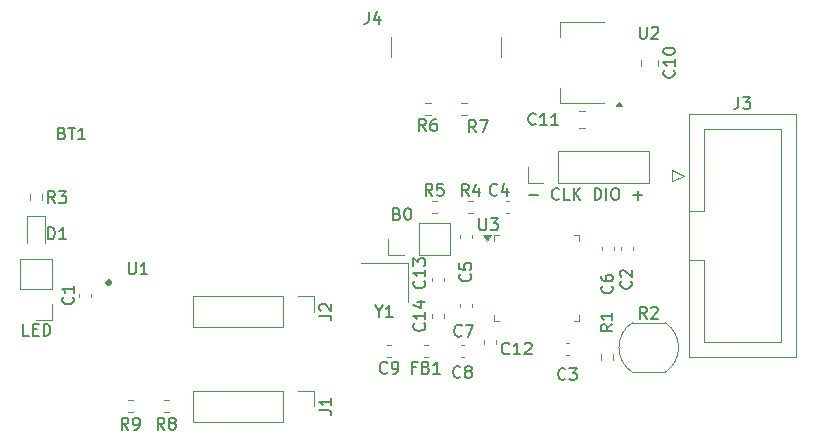
<source format=gbr>
%TF.GenerationSoftware,KiCad,Pcbnew,8.0.3*%
%TF.CreationDate,2024-06-06T01:48:16+12:00*%
%TF.ProjectId,microcontroller,6d696372-6f63-46f6-9e74-726f6c6c6572,0.1.1*%
%TF.SameCoordinates,Original*%
%TF.FileFunction,Legend,Top*%
%TF.FilePolarity,Positive*%
%FSLAX46Y46*%
G04 Gerber Fmt 4.6, Leading zero omitted, Abs format (unit mm)*
G04 Created by KiCad (PCBNEW 8.0.3) date 2024-06-06 01:48:16*
%MOMM*%
%LPD*%
G01*
G04 APERTURE LIST*
%ADD10C,0.153000*%
%ADD11C,0.120000*%
%ADD12C,0.300000*%
G04 APERTURE END LIST*
D10*
X119305942Y-93976663D02*
X118829752Y-93976663D01*
X118829752Y-93976663D02*
X118829752Y-92976663D01*
X119639276Y-93452853D02*
X119972609Y-93452853D01*
X120115466Y-93976663D02*
X119639276Y-93976663D01*
X119639276Y-93976663D02*
X119639276Y-92976663D01*
X119639276Y-92976663D02*
X120115466Y-92976663D01*
X120544038Y-93976663D02*
X120544038Y-92976663D01*
X120544038Y-92976663D02*
X120782133Y-92976663D01*
X120782133Y-92976663D02*
X120924990Y-93024282D01*
X120924990Y-93024282D02*
X121020228Y-93119520D01*
X121020228Y-93119520D02*
X121067847Y-93214758D01*
X121067847Y-93214758D02*
X121115466Y-93405234D01*
X121115466Y-93405234D02*
X121115466Y-93548091D01*
X121115466Y-93548091D02*
X121067847Y-93738567D01*
X121067847Y-93738567D02*
X121020228Y-93833805D01*
X121020228Y-93833805D02*
X120924990Y-93929044D01*
X120924990Y-93929044D02*
X120782133Y-93976663D01*
X120782133Y-93976663D02*
X120544038Y-93976663D01*
X161618752Y-82088710D02*
X162380657Y-82088710D01*
X164190180Y-82374424D02*
X164142561Y-82422044D01*
X164142561Y-82422044D02*
X163999704Y-82469663D01*
X163999704Y-82469663D02*
X163904466Y-82469663D01*
X163904466Y-82469663D02*
X163761609Y-82422044D01*
X163761609Y-82422044D02*
X163666371Y-82326805D01*
X163666371Y-82326805D02*
X163618752Y-82231567D01*
X163618752Y-82231567D02*
X163571133Y-82041091D01*
X163571133Y-82041091D02*
X163571133Y-81898234D01*
X163571133Y-81898234D02*
X163618752Y-81707758D01*
X163618752Y-81707758D02*
X163666371Y-81612520D01*
X163666371Y-81612520D02*
X163761609Y-81517282D01*
X163761609Y-81517282D02*
X163904466Y-81469663D01*
X163904466Y-81469663D02*
X163999704Y-81469663D01*
X163999704Y-81469663D02*
X164142561Y-81517282D01*
X164142561Y-81517282D02*
X164190180Y-81564901D01*
X165094942Y-82469663D02*
X164618752Y-82469663D01*
X164618752Y-82469663D02*
X164618752Y-81469663D01*
X165428276Y-82469663D02*
X165428276Y-81469663D01*
X165999704Y-82469663D02*
X165571133Y-81898234D01*
X165999704Y-81469663D02*
X165428276Y-82041091D01*
X167190181Y-82469663D02*
X167190181Y-81469663D01*
X167190181Y-81469663D02*
X167428276Y-81469663D01*
X167428276Y-81469663D02*
X167571133Y-81517282D01*
X167571133Y-81517282D02*
X167666371Y-81612520D01*
X167666371Y-81612520D02*
X167713990Y-81707758D01*
X167713990Y-81707758D02*
X167761609Y-81898234D01*
X167761609Y-81898234D02*
X167761609Y-82041091D01*
X167761609Y-82041091D02*
X167713990Y-82231567D01*
X167713990Y-82231567D02*
X167666371Y-82326805D01*
X167666371Y-82326805D02*
X167571133Y-82422044D01*
X167571133Y-82422044D02*
X167428276Y-82469663D01*
X167428276Y-82469663D02*
X167190181Y-82469663D01*
X168190181Y-82469663D02*
X168190181Y-81469663D01*
X168856847Y-81469663D02*
X169047323Y-81469663D01*
X169047323Y-81469663D02*
X169142561Y-81517282D01*
X169142561Y-81517282D02*
X169237799Y-81612520D01*
X169237799Y-81612520D02*
X169285418Y-81802996D01*
X169285418Y-81802996D02*
X169285418Y-82136329D01*
X169285418Y-82136329D02*
X169237799Y-82326805D01*
X169237799Y-82326805D02*
X169142561Y-82422044D01*
X169142561Y-82422044D02*
X169047323Y-82469663D01*
X169047323Y-82469663D02*
X168856847Y-82469663D01*
X168856847Y-82469663D02*
X168761609Y-82422044D01*
X168761609Y-82422044D02*
X168666371Y-82326805D01*
X168666371Y-82326805D02*
X168618752Y-82136329D01*
X168618752Y-82136329D02*
X168618752Y-81802996D01*
X168618752Y-81802996D02*
X168666371Y-81612520D01*
X168666371Y-81612520D02*
X168761609Y-81517282D01*
X168761609Y-81517282D02*
X168856847Y-81469663D01*
X170475895Y-82088710D02*
X171237800Y-82088710D01*
X170856847Y-82469663D02*
X170856847Y-81707758D01*
X150472085Y-83645853D02*
X150614942Y-83693472D01*
X150614942Y-83693472D02*
X150662561Y-83741091D01*
X150662561Y-83741091D02*
X150710180Y-83836329D01*
X150710180Y-83836329D02*
X150710180Y-83979186D01*
X150710180Y-83979186D02*
X150662561Y-84074424D01*
X150662561Y-84074424D02*
X150614942Y-84122044D01*
X150614942Y-84122044D02*
X150519704Y-84169663D01*
X150519704Y-84169663D02*
X150138752Y-84169663D01*
X150138752Y-84169663D02*
X150138752Y-83169663D01*
X150138752Y-83169663D02*
X150472085Y-83169663D01*
X150472085Y-83169663D02*
X150567323Y-83217282D01*
X150567323Y-83217282D02*
X150614942Y-83264901D01*
X150614942Y-83264901D02*
X150662561Y-83360139D01*
X150662561Y-83360139D02*
X150662561Y-83455377D01*
X150662561Y-83455377D02*
X150614942Y-83550615D01*
X150614942Y-83550615D02*
X150567323Y-83598234D01*
X150567323Y-83598234D02*
X150472085Y-83645853D01*
X150472085Y-83645853D02*
X150138752Y-83645853D01*
X151329228Y-83169663D02*
X151424466Y-83169663D01*
X151424466Y-83169663D02*
X151519704Y-83217282D01*
X151519704Y-83217282D02*
X151567323Y-83264901D01*
X151567323Y-83264901D02*
X151614942Y-83360139D01*
X151614942Y-83360139D02*
X151662561Y-83550615D01*
X151662561Y-83550615D02*
X151662561Y-83788710D01*
X151662561Y-83788710D02*
X151614942Y-83979186D01*
X151614942Y-83979186D02*
X151567323Y-84074424D01*
X151567323Y-84074424D02*
X151519704Y-84122044D01*
X151519704Y-84122044D02*
X151424466Y-84169663D01*
X151424466Y-84169663D02*
X151329228Y-84169663D01*
X151329228Y-84169663D02*
X151233990Y-84122044D01*
X151233990Y-84122044D02*
X151186371Y-84074424D01*
X151186371Y-84074424D02*
X151138752Y-83979186D01*
X151138752Y-83979186D02*
X151091133Y-83788710D01*
X151091133Y-83788710D02*
X151091133Y-83550615D01*
X151091133Y-83550615D02*
X151138752Y-83360139D01*
X151138752Y-83360139D02*
X151186371Y-83264901D01*
X151186371Y-83264901D02*
X151233990Y-83217282D01*
X151233990Y-83217282D02*
X151329228Y-83169663D01*
X173908424Y-71504857D02*
X173956044Y-71552476D01*
X173956044Y-71552476D02*
X174003663Y-71695333D01*
X174003663Y-71695333D02*
X174003663Y-71790571D01*
X174003663Y-71790571D02*
X173956044Y-71933428D01*
X173956044Y-71933428D02*
X173860805Y-72028666D01*
X173860805Y-72028666D02*
X173765567Y-72076285D01*
X173765567Y-72076285D02*
X173575091Y-72123904D01*
X173575091Y-72123904D02*
X173432234Y-72123904D01*
X173432234Y-72123904D02*
X173241758Y-72076285D01*
X173241758Y-72076285D02*
X173146520Y-72028666D01*
X173146520Y-72028666D02*
X173051282Y-71933428D01*
X173051282Y-71933428D02*
X173003663Y-71790571D01*
X173003663Y-71790571D02*
X173003663Y-71695333D01*
X173003663Y-71695333D02*
X173051282Y-71552476D01*
X173051282Y-71552476D02*
X173098901Y-71504857D01*
X174003663Y-70552476D02*
X174003663Y-71123904D01*
X174003663Y-70838190D02*
X173003663Y-70838190D01*
X173003663Y-70838190D02*
X173146520Y-70933428D01*
X173146520Y-70933428D02*
X173241758Y-71028666D01*
X173241758Y-71028666D02*
X173289377Y-71123904D01*
X173003663Y-69933428D02*
X173003663Y-69838190D01*
X173003663Y-69838190D02*
X173051282Y-69742952D01*
X173051282Y-69742952D02*
X173098901Y-69695333D01*
X173098901Y-69695333D02*
X173194139Y-69647714D01*
X173194139Y-69647714D02*
X173384615Y-69600095D01*
X173384615Y-69600095D02*
X173622710Y-69600095D01*
X173622710Y-69600095D02*
X173813186Y-69647714D01*
X173813186Y-69647714D02*
X173908424Y-69695333D01*
X173908424Y-69695333D02*
X173956044Y-69742952D01*
X173956044Y-69742952D02*
X174003663Y-69838190D01*
X174003663Y-69838190D02*
X174003663Y-69933428D01*
X174003663Y-69933428D02*
X173956044Y-70028666D01*
X173956044Y-70028666D02*
X173908424Y-70076285D01*
X173908424Y-70076285D02*
X173813186Y-70123904D01*
X173813186Y-70123904D02*
X173622710Y-70171523D01*
X173622710Y-70171523D02*
X173384615Y-70171523D01*
X173384615Y-70171523D02*
X173194139Y-70123904D01*
X173194139Y-70123904D02*
X173098901Y-70076285D01*
X173098901Y-70076285D02*
X173051282Y-70028666D01*
X173051282Y-70028666D02*
X173003663Y-69933428D01*
X127762095Y-87770463D02*
X127762095Y-88579986D01*
X127762095Y-88579986D02*
X127809714Y-88675224D01*
X127809714Y-88675224D02*
X127857333Y-88722844D01*
X127857333Y-88722844D02*
X127952571Y-88770463D01*
X127952571Y-88770463D02*
X128143047Y-88770463D01*
X128143047Y-88770463D02*
X128238285Y-88722844D01*
X128238285Y-88722844D02*
X128285904Y-88675224D01*
X128285904Y-88675224D02*
X128333523Y-88579986D01*
X128333523Y-88579986D02*
X128333523Y-87770463D01*
X129333523Y-88770463D02*
X128762095Y-88770463D01*
X129047809Y-88770463D02*
X129047809Y-87770463D01*
X129047809Y-87770463D02*
X128952571Y-87913320D01*
X128952571Y-87913320D02*
X128857333Y-88008558D01*
X128857333Y-88008558D02*
X128762095Y-88056177D01*
X148066666Y-66554663D02*
X148066666Y-67268948D01*
X148066666Y-67268948D02*
X148019047Y-67411805D01*
X148019047Y-67411805D02*
X147923809Y-67507044D01*
X147923809Y-67507044D02*
X147780952Y-67554663D01*
X147780952Y-67554663D02*
X147685714Y-67554663D01*
X148971428Y-66887996D02*
X148971428Y-67554663D01*
X148733333Y-66507044D02*
X148495238Y-67221329D01*
X148495238Y-67221329D02*
X149114285Y-67221329D01*
X143897663Y-100282333D02*
X144611948Y-100282333D01*
X144611948Y-100282333D02*
X144754805Y-100329952D01*
X144754805Y-100329952D02*
X144850044Y-100425190D01*
X144850044Y-100425190D02*
X144897663Y-100568047D01*
X144897663Y-100568047D02*
X144897663Y-100663285D01*
X144897663Y-99282333D02*
X144897663Y-99853761D01*
X144897663Y-99568047D02*
X143897663Y-99568047D01*
X143897663Y-99568047D02*
X144040520Y-99663285D01*
X144040520Y-99663285D02*
X144135758Y-99758523D01*
X144135758Y-99758523D02*
X144183377Y-99853761D01*
X152759424Y-89342857D02*
X152807044Y-89390476D01*
X152807044Y-89390476D02*
X152854663Y-89533333D01*
X152854663Y-89533333D02*
X152854663Y-89628571D01*
X152854663Y-89628571D02*
X152807044Y-89771428D01*
X152807044Y-89771428D02*
X152711805Y-89866666D01*
X152711805Y-89866666D02*
X152616567Y-89914285D01*
X152616567Y-89914285D02*
X152426091Y-89961904D01*
X152426091Y-89961904D02*
X152283234Y-89961904D01*
X152283234Y-89961904D02*
X152092758Y-89914285D01*
X152092758Y-89914285D02*
X151997520Y-89866666D01*
X151997520Y-89866666D02*
X151902282Y-89771428D01*
X151902282Y-89771428D02*
X151854663Y-89628571D01*
X151854663Y-89628571D02*
X151854663Y-89533333D01*
X151854663Y-89533333D02*
X151902282Y-89390476D01*
X151902282Y-89390476D02*
X151949901Y-89342857D01*
X152854663Y-88390476D02*
X152854663Y-88961904D01*
X152854663Y-88676190D02*
X151854663Y-88676190D01*
X151854663Y-88676190D02*
X151997520Y-88771428D01*
X151997520Y-88771428D02*
X152092758Y-88866666D01*
X152092758Y-88866666D02*
X152140377Y-88961904D01*
X151854663Y-88057142D02*
X151854663Y-87438095D01*
X151854663Y-87438095D02*
X152235615Y-87771428D01*
X152235615Y-87771428D02*
X152235615Y-87628571D01*
X152235615Y-87628571D02*
X152283234Y-87533333D01*
X152283234Y-87533333D02*
X152330853Y-87485714D01*
X152330853Y-87485714D02*
X152426091Y-87438095D01*
X152426091Y-87438095D02*
X152664186Y-87438095D01*
X152664186Y-87438095D02*
X152759424Y-87485714D01*
X152759424Y-87485714D02*
X152807044Y-87533333D01*
X152807044Y-87533333D02*
X152854663Y-87628571D01*
X152854663Y-87628571D02*
X152854663Y-87914285D01*
X152854663Y-87914285D02*
X152807044Y-88009523D01*
X152807044Y-88009523D02*
X152759424Y-88057142D01*
X156533333Y-82154663D02*
X156200000Y-81678472D01*
X155961905Y-82154663D02*
X155961905Y-81154663D01*
X155961905Y-81154663D02*
X156342857Y-81154663D01*
X156342857Y-81154663D02*
X156438095Y-81202282D01*
X156438095Y-81202282D02*
X156485714Y-81249901D01*
X156485714Y-81249901D02*
X156533333Y-81345139D01*
X156533333Y-81345139D02*
X156533333Y-81487996D01*
X156533333Y-81487996D02*
X156485714Y-81583234D01*
X156485714Y-81583234D02*
X156438095Y-81630853D01*
X156438095Y-81630853D02*
X156342857Y-81678472D01*
X156342857Y-81678472D02*
X155961905Y-81678472D01*
X157390476Y-81487996D02*
X157390476Y-82154663D01*
X157152381Y-81107044D02*
X156914286Y-81821329D01*
X156914286Y-81821329D02*
X157533333Y-81821329D01*
X120927905Y-85798663D02*
X120927905Y-84798663D01*
X120927905Y-84798663D02*
X121166000Y-84798663D01*
X121166000Y-84798663D02*
X121308857Y-84846282D01*
X121308857Y-84846282D02*
X121404095Y-84941520D01*
X121404095Y-84941520D02*
X121451714Y-85036758D01*
X121451714Y-85036758D02*
X121499333Y-85227234D01*
X121499333Y-85227234D02*
X121499333Y-85370091D01*
X121499333Y-85370091D02*
X121451714Y-85560567D01*
X121451714Y-85560567D02*
X121404095Y-85655805D01*
X121404095Y-85655805D02*
X121308857Y-85751044D01*
X121308857Y-85751044D02*
X121166000Y-85798663D01*
X121166000Y-85798663D02*
X120927905Y-85798663D01*
X122451714Y-85798663D02*
X121880286Y-85798663D01*
X122166000Y-85798663D02*
X122166000Y-84798663D01*
X122166000Y-84798663D02*
X122070762Y-84941520D01*
X122070762Y-84941520D02*
X121975524Y-85036758D01*
X121975524Y-85036758D02*
X121880286Y-85084377D01*
X162209142Y-76047424D02*
X162161523Y-76095044D01*
X162161523Y-76095044D02*
X162018666Y-76142663D01*
X162018666Y-76142663D02*
X161923428Y-76142663D01*
X161923428Y-76142663D02*
X161780571Y-76095044D01*
X161780571Y-76095044D02*
X161685333Y-75999805D01*
X161685333Y-75999805D02*
X161637714Y-75904567D01*
X161637714Y-75904567D02*
X161590095Y-75714091D01*
X161590095Y-75714091D02*
X161590095Y-75571234D01*
X161590095Y-75571234D02*
X161637714Y-75380758D01*
X161637714Y-75380758D02*
X161685333Y-75285520D01*
X161685333Y-75285520D02*
X161780571Y-75190282D01*
X161780571Y-75190282D02*
X161923428Y-75142663D01*
X161923428Y-75142663D02*
X162018666Y-75142663D01*
X162018666Y-75142663D02*
X162161523Y-75190282D01*
X162161523Y-75190282D02*
X162209142Y-75237901D01*
X163161523Y-76142663D02*
X162590095Y-76142663D01*
X162875809Y-76142663D02*
X162875809Y-75142663D01*
X162875809Y-75142663D02*
X162780571Y-75285520D01*
X162780571Y-75285520D02*
X162685333Y-75380758D01*
X162685333Y-75380758D02*
X162590095Y-75428377D01*
X164113904Y-76142663D02*
X163542476Y-76142663D01*
X163828190Y-76142663D02*
X163828190Y-75142663D01*
X163828190Y-75142663D02*
X163732952Y-75285520D01*
X163732952Y-75285520D02*
X163637714Y-75380758D01*
X163637714Y-75380758D02*
X163542476Y-75428377D01*
X130770333Y-101927663D02*
X130437000Y-101451472D01*
X130198905Y-101927663D02*
X130198905Y-100927663D01*
X130198905Y-100927663D02*
X130579857Y-100927663D01*
X130579857Y-100927663D02*
X130675095Y-100975282D01*
X130675095Y-100975282D02*
X130722714Y-101022901D01*
X130722714Y-101022901D02*
X130770333Y-101118139D01*
X130770333Y-101118139D02*
X130770333Y-101260996D01*
X130770333Y-101260996D02*
X130722714Y-101356234D01*
X130722714Y-101356234D02*
X130675095Y-101403853D01*
X130675095Y-101403853D02*
X130579857Y-101451472D01*
X130579857Y-101451472D02*
X130198905Y-101451472D01*
X131341762Y-101356234D02*
X131246524Y-101308615D01*
X131246524Y-101308615D02*
X131198905Y-101260996D01*
X131198905Y-101260996D02*
X131151286Y-101165758D01*
X131151286Y-101165758D02*
X131151286Y-101118139D01*
X131151286Y-101118139D02*
X131198905Y-101022901D01*
X131198905Y-101022901D02*
X131246524Y-100975282D01*
X131246524Y-100975282D02*
X131341762Y-100927663D01*
X131341762Y-100927663D02*
X131532238Y-100927663D01*
X131532238Y-100927663D02*
X131627476Y-100975282D01*
X131627476Y-100975282D02*
X131675095Y-101022901D01*
X131675095Y-101022901D02*
X131722714Y-101118139D01*
X131722714Y-101118139D02*
X131722714Y-101165758D01*
X131722714Y-101165758D02*
X131675095Y-101260996D01*
X131675095Y-101260996D02*
X131627476Y-101308615D01*
X131627476Y-101308615D02*
X131532238Y-101356234D01*
X131532238Y-101356234D02*
X131341762Y-101356234D01*
X131341762Y-101356234D02*
X131246524Y-101403853D01*
X131246524Y-101403853D02*
X131198905Y-101451472D01*
X131198905Y-101451472D02*
X131151286Y-101546710D01*
X131151286Y-101546710D02*
X131151286Y-101737186D01*
X131151286Y-101737186D02*
X131198905Y-101832424D01*
X131198905Y-101832424D02*
X131246524Y-101880044D01*
X131246524Y-101880044D02*
X131341762Y-101927663D01*
X131341762Y-101927663D02*
X131532238Y-101927663D01*
X131532238Y-101927663D02*
X131627476Y-101880044D01*
X131627476Y-101880044D02*
X131675095Y-101832424D01*
X131675095Y-101832424D02*
X131722714Y-101737186D01*
X131722714Y-101737186D02*
X131722714Y-101546710D01*
X131722714Y-101546710D02*
X131675095Y-101451472D01*
X131675095Y-101451472D02*
X131627476Y-101403853D01*
X131627476Y-101403853D02*
X131532238Y-101356234D01*
X143897663Y-92282333D02*
X144611948Y-92282333D01*
X144611948Y-92282333D02*
X144754805Y-92329952D01*
X144754805Y-92329952D02*
X144850044Y-92425190D01*
X144850044Y-92425190D02*
X144897663Y-92568047D01*
X144897663Y-92568047D02*
X144897663Y-92663285D01*
X143992901Y-91853761D02*
X143945282Y-91806142D01*
X143945282Y-91806142D02*
X143897663Y-91710904D01*
X143897663Y-91710904D02*
X143897663Y-91472809D01*
X143897663Y-91472809D02*
X143945282Y-91377571D01*
X143945282Y-91377571D02*
X143992901Y-91329952D01*
X143992901Y-91329952D02*
X144088139Y-91282333D01*
X144088139Y-91282333D02*
X144183377Y-91282333D01*
X144183377Y-91282333D02*
X144326234Y-91329952D01*
X144326234Y-91329952D02*
X144897663Y-91901380D01*
X144897663Y-91901380D02*
X144897663Y-91282333D01*
X168659424Y-89766666D02*
X168707044Y-89814285D01*
X168707044Y-89814285D02*
X168754663Y-89957142D01*
X168754663Y-89957142D02*
X168754663Y-90052380D01*
X168754663Y-90052380D02*
X168707044Y-90195237D01*
X168707044Y-90195237D02*
X168611805Y-90290475D01*
X168611805Y-90290475D02*
X168516567Y-90338094D01*
X168516567Y-90338094D02*
X168326091Y-90385713D01*
X168326091Y-90385713D02*
X168183234Y-90385713D01*
X168183234Y-90385713D02*
X167992758Y-90338094D01*
X167992758Y-90338094D02*
X167897520Y-90290475D01*
X167897520Y-90290475D02*
X167802282Y-90195237D01*
X167802282Y-90195237D02*
X167754663Y-90052380D01*
X167754663Y-90052380D02*
X167754663Y-89957142D01*
X167754663Y-89957142D02*
X167802282Y-89814285D01*
X167802282Y-89814285D02*
X167849901Y-89766666D01*
X167754663Y-88909523D02*
X167754663Y-89099999D01*
X167754663Y-89099999D02*
X167802282Y-89195237D01*
X167802282Y-89195237D02*
X167849901Y-89242856D01*
X167849901Y-89242856D02*
X167992758Y-89338094D01*
X167992758Y-89338094D02*
X168183234Y-89385713D01*
X168183234Y-89385713D02*
X168564186Y-89385713D01*
X168564186Y-89385713D02*
X168659424Y-89338094D01*
X168659424Y-89338094D02*
X168707044Y-89290475D01*
X168707044Y-89290475D02*
X168754663Y-89195237D01*
X168754663Y-89195237D02*
X168754663Y-89004761D01*
X168754663Y-89004761D02*
X168707044Y-88909523D01*
X168707044Y-88909523D02*
X168659424Y-88861904D01*
X168659424Y-88861904D02*
X168564186Y-88814285D01*
X168564186Y-88814285D02*
X168326091Y-88814285D01*
X168326091Y-88814285D02*
X168230853Y-88861904D01*
X168230853Y-88861904D02*
X168183234Y-88909523D01*
X168183234Y-88909523D02*
X168135615Y-89004761D01*
X168135615Y-89004761D02*
X168135615Y-89195237D01*
X168135615Y-89195237D02*
X168183234Y-89290475D01*
X168183234Y-89290475D02*
X168230853Y-89338094D01*
X168230853Y-89338094D02*
X168326091Y-89385713D01*
X152909333Y-76641663D02*
X152576000Y-76165472D01*
X152337905Y-76641663D02*
X152337905Y-75641663D01*
X152337905Y-75641663D02*
X152718857Y-75641663D01*
X152718857Y-75641663D02*
X152814095Y-75689282D01*
X152814095Y-75689282D02*
X152861714Y-75736901D01*
X152861714Y-75736901D02*
X152909333Y-75832139D01*
X152909333Y-75832139D02*
X152909333Y-75974996D01*
X152909333Y-75974996D02*
X152861714Y-76070234D01*
X152861714Y-76070234D02*
X152814095Y-76117853D01*
X152814095Y-76117853D02*
X152718857Y-76165472D01*
X152718857Y-76165472D02*
X152337905Y-76165472D01*
X153766476Y-75641663D02*
X153576000Y-75641663D01*
X153576000Y-75641663D02*
X153480762Y-75689282D01*
X153480762Y-75689282D02*
X153433143Y-75736901D01*
X153433143Y-75736901D02*
X153337905Y-75879758D01*
X153337905Y-75879758D02*
X153290286Y-76070234D01*
X153290286Y-76070234D02*
X153290286Y-76451186D01*
X153290286Y-76451186D02*
X153337905Y-76546424D01*
X153337905Y-76546424D02*
X153385524Y-76594044D01*
X153385524Y-76594044D02*
X153480762Y-76641663D01*
X153480762Y-76641663D02*
X153671238Y-76641663D01*
X153671238Y-76641663D02*
X153766476Y-76594044D01*
X153766476Y-76594044D02*
X153814095Y-76546424D01*
X153814095Y-76546424D02*
X153861714Y-76451186D01*
X153861714Y-76451186D02*
X153861714Y-76213091D01*
X153861714Y-76213091D02*
X153814095Y-76117853D01*
X153814095Y-76117853D02*
X153766476Y-76070234D01*
X153766476Y-76070234D02*
X153671238Y-76022615D01*
X153671238Y-76022615D02*
X153480762Y-76022615D01*
X153480762Y-76022615D02*
X153385524Y-76070234D01*
X153385524Y-76070234D02*
X153337905Y-76117853D01*
X153337905Y-76117853D02*
X153290286Y-76213091D01*
X122114285Y-76830853D02*
X122257142Y-76878472D01*
X122257142Y-76878472D02*
X122304761Y-76926091D01*
X122304761Y-76926091D02*
X122352380Y-77021329D01*
X122352380Y-77021329D02*
X122352380Y-77164186D01*
X122352380Y-77164186D02*
X122304761Y-77259424D01*
X122304761Y-77259424D02*
X122257142Y-77307044D01*
X122257142Y-77307044D02*
X122161904Y-77354663D01*
X122161904Y-77354663D02*
X121780952Y-77354663D01*
X121780952Y-77354663D02*
X121780952Y-76354663D01*
X121780952Y-76354663D02*
X122114285Y-76354663D01*
X122114285Y-76354663D02*
X122209523Y-76402282D01*
X122209523Y-76402282D02*
X122257142Y-76449901D01*
X122257142Y-76449901D02*
X122304761Y-76545139D01*
X122304761Y-76545139D02*
X122304761Y-76640377D01*
X122304761Y-76640377D02*
X122257142Y-76735615D01*
X122257142Y-76735615D02*
X122209523Y-76783234D01*
X122209523Y-76783234D02*
X122114285Y-76830853D01*
X122114285Y-76830853D02*
X121780952Y-76830853D01*
X122638095Y-76354663D02*
X123209523Y-76354663D01*
X122923809Y-77354663D02*
X122923809Y-76354663D01*
X124066666Y-77354663D02*
X123495238Y-77354663D01*
X123780952Y-77354663D02*
X123780952Y-76354663D01*
X123780952Y-76354663D02*
X123685714Y-76497520D01*
X123685714Y-76497520D02*
X123590476Y-76592758D01*
X123590476Y-76592758D02*
X123495238Y-76640377D01*
X155933333Y-93959424D02*
X155885714Y-94007044D01*
X155885714Y-94007044D02*
X155742857Y-94054663D01*
X155742857Y-94054663D02*
X155647619Y-94054663D01*
X155647619Y-94054663D02*
X155504762Y-94007044D01*
X155504762Y-94007044D02*
X155409524Y-93911805D01*
X155409524Y-93911805D02*
X155361905Y-93816567D01*
X155361905Y-93816567D02*
X155314286Y-93626091D01*
X155314286Y-93626091D02*
X155314286Y-93483234D01*
X155314286Y-93483234D02*
X155361905Y-93292758D01*
X155361905Y-93292758D02*
X155409524Y-93197520D01*
X155409524Y-93197520D02*
X155504762Y-93102282D01*
X155504762Y-93102282D02*
X155647619Y-93054663D01*
X155647619Y-93054663D02*
X155742857Y-93054663D01*
X155742857Y-93054663D02*
X155885714Y-93102282D01*
X155885714Y-93102282D02*
X155933333Y-93149901D01*
X156266667Y-93054663D02*
X156933333Y-93054663D01*
X156933333Y-93054663D02*
X156504762Y-94054663D01*
X170259424Y-89366666D02*
X170307044Y-89414285D01*
X170307044Y-89414285D02*
X170354663Y-89557142D01*
X170354663Y-89557142D02*
X170354663Y-89652380D01*
X170354663Y-89652380D02*
X170307044Y-89795237D01*
X170307044Y-89795237D02*
X170211805Y-89890475D01*
X170211805Y-89890475D02*
X170116567Y-89938094D01*
X170116567Y-89938094D02*
X169926091Y-89985713D01*
X169926091Y-89985713D02*
X169783234Y-89985713D01*
X169783234Y-89985713D02*
X169592758Y-89938094D01*
X169592758Y-89938094D02*
X169497520Y-89890475D01*
X169497520Y-89890475D02*
X169402282Y-89795237D01*
X169402282Y-89795237D02*
X169354663Y-89652380D01*
X169354663Y-89652380D02*
X169354663Y-89557142D01*
X169354663Y-89557142D02*
X169402282Y-89414285D01*
X169402282Y-89414285D02*
X169449901Y-89366666D01*
X169449901Y-88985713D02*
X169402282Y-88938094D01*
X169402282Y-88938094D02*
X169354663Y-88842856D01*
X169354663Y-88842856D02*
X169354663Y-88604761D01*
X169354663Y-88604761D02*
X169402282Y-88509523D01*
X169402282Y-88509523D02*
X169449901Y-88461904D01*
X169449901Y-88461904D02*
X169545139Y-88414285D01*
X169545139Y-88414285D02*
X169640377Y-88414285D01*
X169640377Y-88414285D02*
X169783234Y-88461904D01*
X169783234Y-88461904D02*
X170354663Y-89033332D01*
X170354663Y-89033332D02*
X170354663Y-88414285D01*
X179371666Y-73774663D02*
X179371666Y-74488948D01*
X179371666Y-74488948D02*
X179324047Y-74631805D01*
X179324047Y-74631805D02*
X179228809Y-74727044D01*
X179228809Y-74727044D02*
X179085952Y-74774663D01*
X179085952Y-74774663D02*
X178990714Y-74774663D01*
X179752619Y-73774663D02*
X180371666Y-73774663D01*
X180371666Y-73774663D02*
X180038333Y-74155615D01*
X180038333Y-74155615D02*
X180181190Y-74155615D01*
X180181190Y-74155615D02*
X180276428Y-74203234D01*
X180276428Y-74203234D02*
X180324047Y-74250853D01*
X180324047Y-74250853D02*
X180371666Y-74346091D01*
X180371666Y-74346091D02*
X180371666Y-74584186D01*
X180371666Y-74584186D02*
X180324047Y-74679424D01*
X180324047Y-74679424D02*
X180276428Y-74727044D01*
X180276428Y-74727044D02*
X180181190Y-74774663D01*
X180181190Y-74774663D02*
X179895476Y-74774663D01*
X179895476Y-74774663D02*
X179800238Y-74727044D01*
X179800238Y-74727044D02*
X179752619Y-74679424D01*
X123008424Y-90717666D02*
X123056044Y-90765285D01*
X123056044Y-90765285D02*
X123103663Y-90908142D01*
X123103663Y-90908142D02*
X123103663Y-91003380D01*
X123103663Y-91003380D02*
X123056044Y-91146237D01*
X123056044Y-91146237D02*
X122960805Y-91241475D01*
X122960805Y-91241475D02*
X122865567Y-91289094D01*
X122865567Y-91289094D02*
X122675091Y-91336713D01*
X122675091Y-91336713D02*
X122532234Y-91336713D01*
X122532234Y-91336713D02*
X122341758Y-91289094D01*
X122341758Y-91289094D02*
X122246520Y-91241475D01*
X122246520Y-91241475D02*
X122151282Y-91146237D01*
X122151282Y-91146237D02*
X122103663Y-91003380D01*
X122103663Y-91003380D02*
X122103663Y-90908142D01*
X122103663Y-90908142D02*
X122151282Y-90765285D01*
X122151282Y-90765285D02*
X122198901Y-90717666D01*
X123103663Y-89765285D02*
X123103663Y-90336713D01*
X123103663Y-90050999D02*
X122103663Y-90050999D01*
X122103663Y-90050999D02*
X122246520Y-90146237D01*
X122246520Y-90146237D02*
X122341758Y-90241475D01*
X122341758Y-90241475D02*
X122389377Y-90336713D01*
X152066666Y-96660853D02*
X151733333Y-96660853D01*
X151733333Y-97184663D02*
X151733333Y-96184663D01*
X151733333Y-96184663D02*
X152209523Y-96184663D01*
X152923809Y-96660853D02*
X153066666Y-96708472D01*
X153066666Y-96708472D02*
X153114285Y-96756091D01*
X153114285Y-96756091D02*
X153161904Y-96851329D01*
X153161904Y-96851329D02*
X153161904Y-96994186D01*
X153161904Y-96994186D02*
X153114285Y-97089424D01*
X153114285Y-97089424D02*
X153066666Y-97137044D01*
X153066666Y-97137044D02*
X152971428Y-97184663D01*
X152971428Y-97184663D02*
X152590476Y-97184663D01*
X152590476Y-97184663D02*
X152590476Y-96184663D01*
X152590476Y-96184663D02*
X152923809Y-96184663D01*
X152923809Y-96184663D02*
X153019047Y-96232282D01*
X153019047Y-96232282D02*
X153066666Y-96279901D01*
X153066666Y-96279901D02*
X153114285Y-96375139D01*
X153114285Y-96375139D02*
X153114285Y-96470377D01*
X153114285Y-96470377D02*
X153066666Y-96565615D01*
X153066666Y-96565615D02*
X153019047Y-96613234D01*
X153019047Y-96613234D02*
X152923809Y-96660853D01*
X152923809Y-96660853D02*
X152590476Y-96660853D01*
X154114285Y-97184663D02*
X153542857Y-97184663D01*
X153828571Y-97184663D02*
X153828571Y-96184663D01*
X153828571Y-96184663D02*
X153733333Y-96327520D01*
X153733333Y-96327520D02*
X153638095Y-96422758D01*
X153638095Y-96422758D02*
X153542857Y-96470377D01*
X156659424Y-88766666D02*
X156707044Y-88814285D01*
X156707044Y-88814285D02*
X156754663Y-88957142D01*
X156754663Y-88957142D02*
X156754663Y-89052380D01*
X156754663Y-89052380D02*
X156707044Y-89195237D01*
X156707044Y-89195237D02*
X156611805Y-89290475D01*
X156611805Y-89290475D02*
X156516567Y-89338094D01*
X156516567Y-89338094D02*
X156326091Y-89385713D01*
X156326091Y-89385713D02*
X156183234Y-89385713D01*
X156183234Y-89385713D02*
X155992758Y-89338094D01*
X155992758Y-89338094D02*
X155897520Y-89290475D01*
X155897520Y-89290475D02*
X155802282Y-89195237D01*
X155802282Y-89195237D02*
X155754663Y-89052380D01*
X155754663Y-89052380D02*
X155754663Y-88957142D01*
X155754663Y-88957142D02*
X155802282Y-88814285D01*
X155802282Y-88814285D02*
X155849901Y-88766666D01*
X155754663Y-87861904D02*
X155754663Y-88338094D01*
X155754663Y-88338094D02*
X156230853Y-88385713D01*
X156230853Y-88385713D02*
X156183234Y-88338094D01*
X156183234Y-88338094D02*
X156135615Y-88242856D01*
X156135615Y-88242856D02*
X156135615Y-88004761D01*
X156135615Y-88004761D02*
X156183234Y-87909523D01*
X156183234Y-87909523D02*
X156230853Y-87861904D01*
X156230853Y-87861904D02*
X156326091Y-87814285D01*
X156326091Y-87814285D02*
X156564186Y-87814285D01*
X156564186Y-87814285D02*
X156659424Y-87861904D01*
X156659424Y-87861904D02*
X156707044Y-87909523D01*
X156707044Y-87909523D02*
X156754663Y-88004761D01*
X156754663Y-88004761D02*
X156754663Y-88242856D01*
X156754663Y-88242856D02*
X156707044Y-88338094D01*
X156707044Y-88338094D02*
X156659424Y-88385713D01*
X155833333Y-97459424D02*
X155785714Y-97507044D01*
X155785714Y-97507044D02*
X155642857Y-97554663D01*
X155642857Y-97554663D02*
X155547619Y-97554663D01*
X155547619Y-97554663D02*
X155404762Y-97507044D01*
X155404762Y-97507044D02*
X155309524Y-97411805D01*
X155309524Y-97411805D02*
X155261905Y-97316567D01*
X155261905Y-97316567D02*
X155214286Y-97126091D01*
X155214286Y-97126091D02*
X155214286Y-96983234D01*
X155214286Y-96983234D02*
X155261905Y-96792758D01*
X155261905Y-96792758D02*
X155309524Y-96697520D01*
X155309524Y-96697520D02*
X155404762Y-96602282D01*
X155404762Y-96602282D02*
X155547619Y-96554663D01*
X155547619Y-96554663D02*
X155642857Y-96554663D01*
X155642857Y-96554663D02*
X155785714Y-96602282D01*
X155785714Y-96602282D02*
X155833333Y-96649901D01*
X156404762Y-96983234D02*
X156309524Y-96935615D01*
X156309524Y-96935615D02*
X156261905Y-96887996D01*
X156261905Y-96887996D02*
X156214286Y-96792758D01*
X156214286Y-96792758D02*
X156214286Y-96745139D01*
X156214286Y-96745139D02*
X156261905Y-96649901D01*
X156261905Y-96649901D02*
X156309524Y-96602282D01*
X156309524Y-96602282D02*
X156404762Y-96554663D01*
X156404762Y-96554663D02*
X156595238Y-96554663D01*
X156595238Y-96554663D02*
X156690476Y-96602282D01*
X156690476Y-96602282D02*
X156738095Y-96649901D01*
X156738095Y-96649901D02*
X156785714Y-96745139D01*
X156785714Y-96745139D02*
X156785714Y-96792758D01*
X156785714Y-96792758D02*
X156738095Y-96887996D01*
X156738095Y-96887996D02*
X156690476Y-96935615D01*
X156690476Y-96935615D02*
X156595238Y-96983234D01*
X156595238Y-96983234D02*
X156404762Y-96983234D01*
X156404762Y-96983234D02*
X156309524Y-97030853D01*
X156309524Y-97030853D02*
X156261905Y-97078472D01*
X156261905Y-97078472D02*
X156214286Y-97173710D01*
X156214286Y-97173710D02*
X156214286Y-97364186D01*
X156214286Y-97364186D02*
X156261905Y-97459424D01*
X156261905Y-97459424D02*
X156309524Y-97507044D01*
X156309524Y-97507044D02*
X156404762Y-97554663D01*
X156404762Y-97554663D02*
X156595238Y-97554663D01*
X156595238Y-97554663D02*
X156690476Y-97507044D01*
X156690476Y-97507044D02*
X156738095Y-97459424D01*
X156738095Y-97459424D02*
X156785714Y-97364186D01*
X156785714Y-97364186D02*
X156785714Y-97173710D01*
X156785714Y-97173710D02*
X156738095Y-97078472D01*
X156738095Y-97078472D02*
X156690476Y-97030853D01*
X156690476Y-97030853D02*
X156595238Y-96983234D01*
X171613333Y-92529663D02*
X171280000Y-92053472D01*
X171041905Y-92529663D02*
X171041905Y-91529663D01*
X171041905Y-91529663D02*
X171422857Y-91529663D01*
X171422857Y-91529663D02*
X171518095Y-91577282D01*
X171518095Y-91577282D02*
X171565714Y-91624901D01*
X171565714Y-91624901D02*
X171613333Y-91720139D01*
X171613333Y-91720139D02*
X171613333Y-91862996D01*
X171613333Y-91862996D02*
X171565714Y-91958234D01*
X171565714Y-91958234D02*
X171518095Y-92005853D01*
X171518095Y-92005853D02*
X171422857Y-92053472D01*
X171422857Y-92053472D02*
X171041905Y-92053472D01*
X171994286Y-91624901D02*
X172041905Y-91577282D01*
X172041905Y-91577282D02*
X172137143Y-91529663D01*
X172137143Y-91529663D02*
X172375238Y-91529663D01*
X172375238Y-91529663D02*
X172470476Y-91577282D01*
X172470476Y-91577282D02*
X172518095Y-91624901D01*
X172518095Y-91624901D02*
X172565714Y-91720139D01*
X172565714Y-91720139D02*
X172565714Y-91815377D01*
X172565714Y-91815377D02*
X172518095Y-91958234D01*
X172518095Y-91958234D02*
X171946667Y-92529663D01*
X171946667Y-92529663D02*
X172565714Y-92529663D01*
X127722333Y-101927663D02*
X127389000Y-101451472D01*
X127150905Y-101927663D02*
X127150905Y-100927663D01*
X127150905Y-100927663D02*
X127531857Y-100927663D01*
X127531857Y-100927663D02*
X127627095Y-100975282D01*
X127627095Y-100975282D02*
X127674714Y-101022901D01*
X127674714Y-101022901D02*
X127722333Y-101118139D01*
X127722333Y-101118139D02*
X127722333Y-101260996D01*
X127722333Y-101260996D02*
X127674714Y-101356234D01*
X127674714Y-101356234D02*
X127627095Y-101403853D01*
X127627095Y-101403853D02*
X127531857Y-101451472D01*
X127531857Y-101451472D02*
X127150905Y-101451472D01*
X128198524Y-101927663D02*
X128389000Y-101927663D01*
X128389000Y-101927663D02*
X128484238Y-101880044D01*
X128484238Y-101880044D02*
X128531857Y-101832424D01*
X128531857Y-101832424D02*
X128627095Y-101689567D01*
X128627095Y-101689567D02*
X128674714Y-101499091D01*
X128674714Y-101499091D02*
X128674714Y-101118139D01*
X128674714Y-101118139D02*
X128627095Y-101022901D01*
X128627095Y-101022901D02*
X128579476Y-100975282D01*
X128579476Y-100975282D02*
X128484238Y-100927663D01*
X128484238Y-100927663D02*
X128293762Y-100927663D01*
X128293762Y-100927663D02*
X128198524Y-100975282D01*
X128198524Y-100975282D02*
X128150905Y-101022901D01*
X128150905Y-101022901D02*
X128103286Y-101118139D01*
X128103286Y-101118139D02*
X128103286Y-101356234D01*
X128103286Y-101356234D02*
X128150905Y-101451472D01*
X128150905Y-101451472D02*
X128198524Y-101499091D01*
X128198524Y-101499091D02*
X128293762Y-101546710D01*
X128293762Y-101546710D02*
X128484238Y-101546710D01*
X128484238Y-101546710D02*
X128579476Y-101499091D01*
X128579476Y-101499091D02*
X128627095Y-101451472D01*
X128627095Y-101451472D02*
X128674714Y-101356234D01*
X171032095Y-67816663D02*
X171032095Y-68626186D01*
X171032095Y-68626186D02*
X171079714Y-68721424D01*
X171079714Y-68721424D02*
X171127333Y-68769044D01*
X171127333Y-68769044D02*
X171222571Y-68816663D01*
X171222571Y-68816663D02*
X171413047Y-68816663D01*
X171413047Y-68816663D02*
X171508285Y-68769044D01*
X171508285Y-68769044D02*
X171555904Y-68721424D01*
X171555904Y-68721424D02*
X171603523Y-68626186D01*
X171603523Y-68626186D02*
X171603523Y-67816663D01*
X172032095Y-67911901D02*
X172079714Y-67864282D01*
X172079714Y-67864282D02*
X172174952Y-67816663D01*
X172174952Y-67816663D02*
X172413047Y-67816663D01*
X172413047Y-67816663D02*
X172508285Y-67864282D01*
X172508285Y-67864282D02*
X172555904Y-67911901D01*
X172555904Y-67911901D02*
X172603523Y-68007139D01*
X172603523Y-68007139D02*
X172603523Y-68102377D01*
X172603523Y-68102377D02*
X172555904Y-68245234D01*
X172555904Y-68245234D02*
X171984476Y-68816663D01*
X171984476Y-68816663D02*
X172603523Y-68816663D01*
X164723333Y-97629424D02*
X164675714Y-97677044D01*
X164675714Y-97677044D02*
X164532857Y-97724663D01*
X164532857Y-97724663D02*
X164437619Y-97724663D01*
X164437619Y-97724663D02*
X164294762Y-97677044D01*
X164294762Y-97677044D02*
X164199524Y-97581805D01*
X164199524Y-97581805D02*
X164151905Y-97486567D01*
X164151905Y-97486567D02*
X164104286Y-97296091D01*
X164104286Y-97296091D02*
X164104286Y-97153234D01*
X164104286Y-97153234D02*
X164151905Y-96962758D01*
X164151905Y-96962758D02*
X164199524Y-96867520D01*
X164199524Y-96867520D02*
X164294762Y-96772282D01*
X164294762Y-96772282D02*
X164437619Y-96724663D01*
X164437619Y-96724663D02*
X164532857Y-96724663D01*
X164532857Y-96724663D02*
X164675714Y-96772282D01*
X164675714Y-96772282D02*
X164723333Y-96819901D01*
X165056667Y-96724663D02*
X165675714Y-96724663D01*
X165675714Y-96724663D02*
X165342381Y-97105615D01*
X165342381Y-97105615D02*
X165485238Y-97105615D01*
X165485238Y-97105615D02*
X165580476Y-97153234D01*
X165580476Y-97153234D02*
X165628095Y-97200853D01*
X165628095Y-97200853D02*
X165675714Y-97296091D01*
X165675714Y-97296091D02*
X165675714Y-97534186D01*
X165675714Y-97534186D02*
X165628095Y-97629424D01*
X165628095Y-97629424D02*
X165580476Y-97677044D01*
X165580476Y-97677044D02*
X165485238Y-97724663D01*
X165485238Y-97724663D02*
X165199524Y-97724663D01*
X165199524Y-97724663D02*
X165104286Y-97677044D01*
X165104286Y-97677044D02*
X165056667Y-97629424D01*
X153458333Y-82124663D02*
X153125000Y-81648472D01*
X152886905Y-82124663D02*
X152886905Y-81124663D01*
X152886905Y-81124663D02*
X153267857Y-81124663D01*
X153267857Y-81124663D02*
X153363095Y-81172282D01*
X153363095Y-81172282D02*
X153410714Y-81219901D01*
X153410714Y-81219901D02*
X153458333Y-81315139D01*
X153458333Y-81315139D02*
X153458333Y-81457996D01*
X153458333Y-81457996D02*
X153410714Y-81553234D01*
X153410714Y-81553234D02*
X153363095Y-81600853D01*
X153363095Y-81600853D02*
X153267857Y-81648472D01*
X153267857Y-81648472D02*
X152886905Y-81648472D01*
X154363095Y-81124663D02*
X153886905Y-81124663D01*
X153886905Y-81124663D02*
X153839286Y-81600853D01*
X153839286Y-81600853D02*
X153886905Y-81553234D01*
X153886905Y-81553234D02*
X153982143Y-81505615D01*
X153982143Y-81505615D02*
X154220238Y-81505615D01*
X154220238Y-81505615D02*
X154315476Y-81553234D01*
X154315476Y-81553234D02*
X154363095Y-81600853D01*
X154363095Y-81600853D02*
X154410714Y-81696091D01*
X154410714Y-81696091D02*
X154410714Y-81934186D01*
X154410714Y-81934186D02*
X154363095Y-82029424D01*
X154363095Y-82029424D02*
X154315476Y-82077044D01*
X154315476Y-82077044D02*
X154220238Y-82124663D01*
X154220238Y-82124663D02*
X153982143Y-82124663D01*
X153982143Y-82124663D02*
X153886905Y-82077044D01*
X153886905Y-82077044D02*
X153839286Y-82029424D01*
X158933333Y-82029424D02*
X158885714Y-82077044D01*
X158885714Y-82077044D02*
X158742857Y-82124663D01*
X158742857Y-82124663D02*
X158647619Y-82124663D01*
X158647619Y-82124663D02*
X158504762Y-82077044D01*
X158504762Y-82077044D02*
X158409524Y-81981805D01*
X158409524Y-81981805D02*
X158361905Y-81886567D01*
X158361905Y-81886567D02*
X158314286Y-81696091D01*
X158314286Y-81696091D02*
X158314286Y-81553234D01*
X158314286Y-81553234D02*
X158361905Y-81362758D01*
X158361905Y-81362758D02*
X158409524Y-81267520D01*
X158409524Y-81267520D02*
X158504762Y-81172282D01*
X158504762Y-81172282D02*
X158647619Y-81124663D01*
X158647619Y-81124663D02*
X158742857Y-81124663D01*
X158742857Y-81124663D02*
X158885714Y-81172282D01*
X158885714Y-81172282D02*
X158933333Y-81219901D01*
X159790476Y-81457996D02*
X159790476Y-82124663D01*
X159552381Y-81077044D02*
X159314286Y-81791329D01*
X159314286Y-81791329D02*
X159933333Y-81791329D01*
X157438095Y-84054663D02*
X157438095Y-84864186D01*
X157438095Y-84864186D02*
X157485714Y-84959424D01*
X157485714Y-84959424D02*
X157533333Y-85007044D01*
X157533333Y-85007044D02*
X157628571Y-85054663D01*
X157628571Y-85054663D02*
X157819047Y-85054663D01*
X157819047Y-85054663D02*
X157914285Y-85007044D01*
X157914285Y-85007044D02*
X157961904Y-84959424D01*
X157961904Y-84959424D02*
X158009523Y-84864186D01*
X158009523Y-84864186D02*
X158009523Y-84054663D01*
X158390476Y-84054663D02*
X159009523Y-84054663D01*
X159009523Y-84054663D02*
X158676190Y-84435615D01*
X158676190Y-84435615D02*
X158819047Y-84435615D01*
X158819047Y-84435615D02*
X158914285Y-84483234D01*
X158914285Y-84483234D02*
X158961904Y-84530853D01*
X158961904Y-84530853D02*
X159009523Y-84626091D01*
X159009523Y-84626091D02*
X159009523Y-84864186D01*
X159009523Y-84864186D02*
X158961904Y-84959424D01*
X158961904Y-84959424D02*
X158914285Y-85007044D01*
X158914285Y-85007044D02*
X158819047Y-85054663D01*
X158819047Y-85054663D02*
X158533333Y-85054663D01*
X158533333Y-85054663D02*
X158438095Y-85007044D01*
X158438095Y-85007044D02*
X158390476Y-84959424D01*
X168694663Y-93011666D02*
X168218472Y-93344999D01*
X168694663Y-93583094D02*
X167694663Y-93583094D01*
X167694663Y-93583094D02*
X167694663Y-93202142D01*
X167694663Y-93202142D02*
X167742282Y-93106904D01*
X167742282Y-93106904D02*
X167789901Y-93059285D01*
X167789901Y-93059285D02*
X167885139Y-93011666D01*
X167885139Y-93011666D02*
X168027996Y-93011666D01*
X168027996Y-93011666D02*
X168123234Y-93059285D01*
X168123234Y-93059285D02*
X168170853Y-93106904D01*
X168170853Y-93106904D02*
X168218472Y-93202142D01*
X168218472Y-93202142D02*
X168218472Y-93583094D01*
X168694663Y-92059285D02*
X168694663Y-92630713D01*
X168694663Y-92344999D02*
X167694663Y-92344999D01*
X167694663Y-92344999D02*
X167837520Y-92440237D01*
X167837520Y-92440237D02*
X167932758Y-92535475D01*
X167932758Y-92535475D02*
X167980377Y-92630713D01*
X121499333Y-82750663D02*
X121166000Y-82274472D01*
X120927905Y-82750663D02*
X120927905Y-81750663D01*
X120927905Y-81750663D02*
X121308857Y-81750663D01*
X121308857Y-81750663D02*
X121404095Y-81798282D01*
X121404095Y-81798282D02*
X121451714Y-81845901D01*
X121451714Y-81845901D02*
X121499333Y-81941139D01*
X121499333Y-81941139D02*
X121499333Y-82083996D01*
X121499333Y-82083996D02*
X121451714Y-82179234D01*
X121451714Y-82179234D02*
X121404095Y-82226853D01*
X121404095Y-82226853D02*
X121308857Y-82274472D01*
X121308857Y-82274472D02*
X120927905Y-82274472D01*
X121832667Y-81750663D02*
X122451714Y-81750663D01*
X122451714Y-81750663D02*
X122118381Y-82131615D01*
X122118381Y-82131615D02*
X122261238Y-82131615D01*
X122261238Y-82131615D02*
X122356476Y-82179234D01*
X122356476Y-82179234D02*
X122404095Y-82226853D01*
X122404095Y-82226853D02*
X122451714Y-82322091D01*
X122451714Y-82322091D02*
X122451714Y-82560186D01*
X122451714Y-82560186D02*
X122404095Y-82655424D01*
X122404095Y-82655424D02*
X122356476Y-82703044D01*
X122356476Y-82703044D02*
X122261238Y-82750663D01*
X122261238Y-82750663D02*
X121975524Y-82750663D01*
X121975524Y-82750663D02*
X121880286Y-82703044D01*
X121880286Y-82703044D02*
X121832667Y-82655424D01*
X149633333Y-97089424D02*
X149585714Y-97137044D01*
X149585714Y-97137044D02*
X149442857Y-97184663D01*
X149442857Y-97184663D02*
X149347619Y-97184663D01*
X149347619Y-97184663D02*
X149204762Y-97137044D01*
X149204762Y-97137044D02*
X149109524Y-97041805D01*
X149109524Y-97041805D02*
X149061905Y-96946567D01*
X149061905Y-96946567D02*
X149014286Y-96756091D01*
X149014286Y-96756091D02*
X149014286Y-96613234D01*
X149014286Y-96613234D02*
X149061905Y-96422758D01*
X149061905Y-96422758D02*
X149109524Y-96327520D01*
X149109524Y-96327520D02*
X149204762Y-96232282D01*
X149204762Y-96232282D02*
X149347619Y-96184663D01*
X149347619Y-96184663D02*
X149442857Y-96184663D01*
X149442857Y-96184663D02*
X149585714Y-96232282D01*
X149585714Y-96232282D02*
X149633333Y-96279901D01*
X150109524Y-97184663D02*
X150300000Y-97184663D01*
X150300000Y-97184663D02*
X150395238Y-97137044D01*
X150395238Y-97137044D02*
X150442857Y-97089424D01*
X150442857Y-97089424D02*
X150538095Y-96946567D01*
X150538095Y-96946567D02*
X150585714Y-96756091D01*
X150585714Y-96756091D02*
X150585714Y-96375139D01*
X150585714Y-96375139D02*
X150538095Y-96279901D01*
X150538095Y-96279901D02*
X150490476Y-96232282D01*
X150490476Y-96232282D02*
X150395238Y-96184663D01*
X150395238Y-96184663D02*
X150204762Y-96184663D01*
X150204762Y-96184663D02*
X150109524Y-96232282D01*
X150109524Y-96232282D02*
X150061905Y-96279901D01*
X150061905Y-96279901D02*
X150014286Y-96375139D01*
X150014286Y-96375139D02*
X150014286Y-96613234D01*
X150014286Y-96613234D02*
X150061905Y-96708472D01*
X150061905Y-96708472D02*
X150109524Y-96756091D01*
X150109524Y-96756091D02*
X150204762Y-96803710D01*
X150204762Y-96803710D02*
X150395238Y-96803710D01*
X150395238Y-96803710D02*
X150490476Y-96756091D01*
X150490476Y-96756091D02*
X150538095Y-96708472D01*
X150538095Y-96708472D02*
X150585714Y-96613234D01*
X159957142Y-95459424D02*
X159909523Y-95507044D01*
X159909523Y-95507044D02*
X159766666Y-95554663D01*
X159766666Y-95554663D02*
X159671428Y-95554663D01*
X159671428Y-95554663D02*
X159528571Y-95507044D01*
X159528571Y-95507044D02*
X159433333Y-95411805D01*
X159433333Y-95411805D02*
X159385714Y-95316567D01*
X159385714Y-95316567D02*
X159338095Y-95126091D01*
X159338095Y-95126091D02*
X159338095Y-94983234D01*
X159338095Y-94983234D02*
X159385714Y-94792758D01*
X159385714Y-94792758D02*
X159433333Y-94697520D01*
X159433333Y-94697520D02*
X159528571Y-94602282D01*
X159528571Y-94602282D02*
X159671428Y-94554663D01*
X159671428Y-94554663D02*
X159766666Y-94554663D01*
X159766666Y-94554663D02*
X159909523Y-94602282D01*
X159909523Y-94602282D02*
X159957142Y-94649901D01*
X160909523Y-95554663D02*
X160338095Y-95554663D01*
X160623809Y-95554663D02*
X160623809Y-94554663D01*
X160623809Y-94554663D02*
X160528571Y-94697520D01*
X160528571Y-94697520D02*
X160433333Y-94792758D01*
X160433333Y-94792758D02*
X160338095Y-94840377D01*
X161290476Y-94649901D02*
X161338095Y-94602282D01*
X161338095Y-94602282D02*
X161433333Y-94554663D01*
X161433333Y-94554663D02*
X161671428Y-94554663D01*
X161671428Y-94554663D02*
X161766666Y-94602282D01*
X161766666Y-94602282D02*
X161814285Y-94649901D01*
X161814285Y-94649901D02*
X161861904Y-94745139D01*
X161861904Y-94745139D02*
X161861904Y-94840377D01*
X161861904Y-94840377D02*
X161814285Y-94983234D01*
X161814285Y-94983234D02*
X161242857Y-95554663D01*
X161242857Y-95554663D02*
X161861904Y-95554663D01*
X152759424Y-92942857D02*
X152807044Y-92990476D01*
X152807044Y-92990476D02*
X152854663Y-93133333D01*
X152854663Y-93133333D02*
X152854663Y-93228571D01*
X152854663Y-93228571D02*
X152807044Y-93371428D01*
X152807044Y-93371428D02*
X152711805Y-93466666D01*
X152711805Y-93466666D02*
X152616567Y-93514285D01*
X152616567Y-93514285D02*
X152426091Y-93561904D01*
X152426091Y-93561904D02*
X152283234Y-93561904D01*
X152283234Y-93561904D02*
X152092758Y-93514285D01*
X152092758Y-93514285D02*
X151997520Y-93466666D01*
X151997520Y-93466666D02*
X151902282Y-93371428D01*
X151902282Y-93371428D02*
X151854663Y-93228571D01*
X151854663Y-93228571D02*
X151854663Y-93133333D01*
X151854663Y-93133333D02*
X151902282Y-92990476D01*
X151902282Y-92990476D02*
X151949901Y-92942857D01*
X152854663Y-91990476D02*
X152854663Y-92561904D01*
X152854663Y-92276190D02*
X151854663Y-92276190D01*
X151854663Y-92276190D02*
X151997520Y-92371428D01*
X151997520Y-92371428D02*
X152092758Y-92466666D01*
X152092758Y-92466666D02*
X152140377Y-92561904D01*
X152187996Y-91133333D02*
X152854663Y-91133333D01*
X151807044Y-91371428D02*
X152521329Y-91609523D01*
X152521329Y-91609523D02*
X152521329Y-90990476D01*
X148923809Y-91928472D02*
X148923809Y-92404663D01*
X148590476Y-91404663D02*
X148923809Y-91928472D01*
X148923809Y-91928472D02*
X149257142Y-91404663D01*
X150114285Y-92404663D02*
X149542857Y-92404663D01*
X149828571Y-92404663D02*
X149828571Y-91404663D01*
X149828571Y-91404663D02*
X149733333Y-91547520D01*
X149733333Y-91547520D02*
X149638095Y-91642758D01*
X149638095Y-91642758D02*
X149542857Y-91690377D01*
X157133333Y-76754663D02*
X156800000Y-76278472D01*
X156561905Y-76754663D02*
X156561905Y-75754663D01*
X156561905Y-75754663D02*
X156942857Y-75754663D01*
X156942857Y-75754663D02*
X157038095Y-75802282D01*
X157038095Y-75802282D02*
X157085714Y-75849901D01*
X157085714Y-75849901D02*
X157133333Y-75945139D01*
X157133333Y-75945139D02*
X157133333Y-76087996D01*
X157133333Y-76087996D02*
X157085714Y-76183234D01*
X157085714Y-76183234D02*
X157038095Y-76230853D01*
X157038095Y-76230853D02*
X156942857Y-76278472D01*
X156942857Y-76278472D02*
X156561905Y-76278472D01*
X157466667Y-75754663D02*
X158133333Y-75754663D01*
X158133333Y-75754663D02*
X157704762Y-76754663D01*
D11*
%TO.C,C10*%
X171134000Y-70600748D02*
X171134000Y-71123252D01*
X172604000Y-70600748D02*
X172604000Y-71123252D01*
%TO.C,U1*%
D12*
X126209000Y-89488200D02*
G75*
G02*
X125909000Y-89488200I-150000J0D01*
G01*
X125909000Y-89488200D02*
G75*
G02*
X126209000Y-89488200I150000J0D01*
G01*
D11*
%TO.C,J4*%
X149930000Y-68690000D02*
X149930000Y-70390000D01*
X159270000Y-68690000D02*
X159270000Y-70390000D01*
%TO.C,J1*%
X133163000Y-98619000D02*
X133163000Y-101279000D01*
X140843000Y-98619000D02*
X133163000Y-98619000D01*
X140843000Y-98619000D02*
X140843000Y-101279000D01*
X140843000Y-101279000D02*
X133163000Y-101279000D01*
X142113000Y-98619000D02*
X143443000Y-98619000D01*
X143443000Y-98619000D02*
X143443000Y-99949000D01*
%TO.C,C13*%
X153390000Y-89340580D02*
X153390000Y-89059420D01*
X154410000Y-89340580D02*
X154410000Y-89059420D01*
%TO.C,R4*%
X156937258Y-82577500D02*
X156462742Y-82577500D01*
X156937258Y-83622500D02*
X156462742Y-83622500D01*
%TO.C,J5*%
X161530000Y-81030000D02*
X161530000Y-79700000D01*
X162860000Y-81030000D02*
X161530000Y-81030000D01*
X164130000Y-78370000D02*
X171810000Y-78370000D01*
X164130000Y-81030000D02*
X164130000Y-78370000D01*
X164130000Y-81030000D02*
X171810000Y-81030000D01*
X171810000Y-81030000D02*
X171810000Y-78370000D01*
%TO.C,D1*%
X119153000Y-83859000D02*
X119153000Y-86144000D01*
X120623000Y-83859000D02*
X119153000Y-83859000D01*
X120623000Y-86144000D02*
X120623000Y-83859000D01*
%TO.C,C11*%
X165892748Y-74953000D02*
X166415252Y-74953000D01*
X165892748Y-76423000D02*
X166415252Y-76423000D01*
%TO.C,R8*%
X130699742Y-99426500D02*
X131174258Y-99426500D01*
X130699742Y-100471500D02*
X131174258Y-100471500D01*
%TO.C,JP1*%
X118558000Y-90048000D02*
X118558000Y-87448000D01*
X121218000Y-87448000D02*
X118558000Y-87448000D01*
X121218000Y-90048000D02*
X118558000Y-90048000D01*
X121218000Y-90048000D02*
X121218000Y-87448000D01*
X121218000Y-91318000D02*
X121218000Y-92648000D01*
X121218000Y-92648000D02*
X119888000Y-92648000D01*
%TO.C,J2*%
X133163000Y-90619000D02*
X133163000Y-93279000D01*
X140843000Y-90619000D02*
X133163000Y-90619000D01*
X140843000Y-90619000D02*
X140843000Y-93279000D01*
X140843000Y-93279000D02*
X133163000Y-93279000D01*
X142113000Y-90619000D02*
X143443000Y-90619000D01*
X143443000Y-90619000D02*
X143443000Y-91949000D01*
%TO.C,C6*%
X167790000Y-86459420D02*
X167790000Y-86740580D01*
X168810000Y-86459420D02*
X168810000Y-86740580D01*
%TO.C,R6*%
X152838742Y-74267500D02*
X153313258Y-74267500D01*
X152838742Y-75312500D02*
X153313258Y-75312500D01*
%TO.C,C7*%
X155790000Y-91259420D02*
X155790000Y-91540580D01*
X156810000Y-91259420D02*
X156810000Y-91540580D01*
%TO.C,C2*%
X169390000Y-86459420D02*
X169390000Y-86740580D01*
X170410000Y-86459420D02*
X170410000Y-86740580D01*
%TO.C,J3*%
X173755000Y-79920000D02*
X173755000Y-80920000D01*
X173755000Y-80920000D02*
X174755000Y-80420000D01*
X174755000Y-80420000D02*
X173755000Y-79920000D01*
X175145000Y-75210000D02*
X184265000Y-75210000D01*
X175145000Y-83450000D02*
X176455000Y-83450000D01*
X175145000Y-95790000D02*
X175145000Y-75210000D01*
X176455000Y-76510000D02*
X182955000Y-76510000D01*
X176455000Y-83450000D02*
X176455000Y-76510000D01*
X176455000Y-87550000D02*
X175145000Y-87550000D01*
X176455000Y-87550000D02*
X176455000Y-87550000D01*
X176455000Y-94490000D02*
X176455000Y-87550000D01*
X182955000Y-76510000D02*
X182955000Y-94490000D01*
X182955000Y-94490000D02*
X176455000Y-94490000D01*
X184265000Y-75210000D02*
X184265000Y-95790000D01*
X184265000Y-95790000D02*
X175145000Y-95790000D01*
%TO.C,C1*%
X123569000Y-90691580D02*
X123569000Y-90410420D01*
X124589000Y-90691580D02*
X124589000Y-90410420D01*
%TO.C,FB1*%
X153062779Y-94790000D02*
X152737221Y-94790000D01*
X153062779Y-95810000D02*
X152737221Y-95810000D01*
%TO.C,C5*%
X155790000Y-85740580D02*
X155790000Y-85459420D01*
X156810000Y-85740580D02*
X156810000Y-85459420D01*
%TO.C,C8*%
X155859420Y-94790000D02*
X156140580Y-94790000D01*
X155859420Y-95810000D02*
X156140580Y-95810000D01*
%TO.C,R2*%
X170380000Y-92875000D02*
X173180000Y-92875000D01*
X170380000Y-97075000D02*
X173180000Y-97075000D01*
X170380000Y-97075000D02*
G75*
G02*
X170393963Y-92865758I1400000J2100000D01*
G01*
X173180000Y-92875000D02*
G75*
G02*
X173166037Y-97084242I-1400000J-2100000D01*
G01*
%TO.C,R9*%
X128126258Y-99426500D02*
X127651742Y-99426500D01*
X128126258Y-100471500D02*
X127651742Y-100471500D01*
%TO.C,JP2*%
X149730000Y-87130000D02*
X149730000Y-85800000D01*
X151060000Y-87130000D02*
X149730000Y-87130000D01*
X152330000Y-84470000D02*
X154930000Y-84470000D01*
X152330000Y-87130000D02*
X152330000Y-84470000D01*
X152330000Y-87130000D02*
X154930000Y-87130000D01*
X154930000Y-87130000D02*
X154930000Y-84470000D01*
%TO.C,U2*%
X164244000Y-67452000D02*
X164244000Y-68712000D01*
X164244000Y-74272000D02*
X164244000Y-73012000D01*
X168004000Y-67452000D02*
X164244000Y-67452000D01*
X168004000Y-74272000D02*
X164244000Y-74272000D01*
X169524000Y-74502000D02*
X169044000Y-74502000D01*
X169284000Y-74172000D01*
X169524000Y-74502000D01*
G36*
X169524000Y-74502000D02*
G01*
X169044000Y-74502000D01*
X169284000Y-74172000D01*
X169524000Y-74502000D01*
G37*
%TO.C,C3*%
X165040580Y-94590000D02*
X164759420Y-94590000D01*
X165040580Y-95610000D02*
X164759420Y-95610000D01*
%TO.C,R5*%
X153387742Y-82577500D02*
X153862258Y-82577500D01*
X153387742Y-83622500D02*
X153862258Y-83622500D01*
%TO.C,C4*%
X159659420Y-82590000D02*
X159940580Y-82590000D01*
X159659420Y-83610000D02*
X159940580Y-83610000D01*
%TO.C,U3*%
X158690000Y-85490000D02*
X158690000Y-85940000D01*
X158690000Y-92710000D02*
X158690000Y-92260000D01*
X159140000Y-85490000D02*
X158690000Y-85490000D01*
X159140000Y-92710000D02*
X158690000Y-92710000D01*
X165460000Y-85490000D02*
X165910000Y-85490000D01*
X165460000Y-92710000D02*
X165910000Y-92710000D01*
X165910000Y-85490000D02*
X165910000Y-85940000D01*
X165910000Y-92710000D02*
X165910000Y-92260000D01*
X158100000Y-85940000D02*
X157760000Y-85470000D01*
X158440000Y-85470000D01*
X158100000Y-85940000D01*
G36*
X158100000Y-85940000D02*
G01*
X157760000Y-85470000D01*
X158440000Y-85470000D01*
X158100000Y-85940000D01*
G37*
%TO.C,R1*%
X167717500Y-96032258D02*
X167717500Y-95557742D01*
X168762500Y-96032258D02*
X168762500Y-95557742D01*
%TO.C,R3*%
X119365500Y-82469258D02*
X119365500Y-81994742D01*
X120410500Y-82469258D02*
X120410500Y-81994742D01*
%TO.C,C9*%
X149940580Y-94790000D02*
X149659420Y-94790000D01*
X149940580Y-95810000D02*
X149659420Y-95810000D01*
%TO.C,C12*%
X157790000Y-94359420D02*
X157790000Y-94640580D01*
X158810000Y-94359420D02*
X158810000Y-94640580D01*
%TO.C,C14*%
X153390000Y-92159420D02*
X153390000Y-92440580D01*
X154410000Y-92159420D02*
X154410000Y-92440580D01*
%TO.C,Y1*%
X151400000Y-87850000D02*
X147400000Y-87850000D01*
X151400000Y-91150000D02*
X151400000Y-87850000D01*
%TO.C,R7*%
X156361258Y-74267500D02*
X155886742Y-74267500D01*
X156361258Y-75312500D02*
X155886742Y-75312500D01*
%TD*%
M02*

</source>
